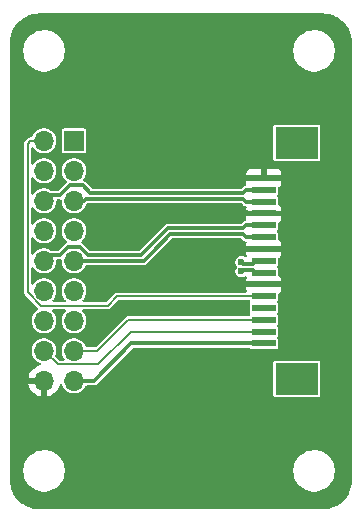
<source format=gbr>
%TF.GenerationSoftware,KiCad,Pcbnew,9.0.0*%
%TF.CreationDate,2025-08-11T15:21:08+02:00*%
%TF.ProjectId,ov5640_adapter,6f763536-3430-45f6-9164-61707465722e,rev?*%
%TF.SameCoordinates,Original*%
%TF.FileFunction,Copper,L1,Top*%
%TF.FilePolarity,Positive*%
%FSLAX46Y46*%
G04 Gerber Fmt 4.6, Leading zero omitted, Abs format (unit mm)*
G04 Created by KiCad (PCBNEW 9.0.0) date 2025-08-11 15:21:08*
%MOMM*%
%LPD*%
G01*
G04 APERTURE LIST*
%TA.AperFunction,SMDPad,CuDef*%
%ADD10R,2.000000X0.610000*%
%TD*%
%TA.AperFunction,SMDPad,CuDef*%
%ADD11R,3.600000X2.680000*%
%TD*%
%TA.AperFunction,ComponentPad*%
%ADD12R,1.700000X1.700000*%
%TD*%
%TA.AperFunction,ComponentPad*%
%ADD13O,1.700000X1.700000*%
%TD*%
%TA.AperFunction,ViaPad*%
%ADD14C,0.600000*%
%TD*%
%TA.AperFunction,Conductor*%
%ADD15C,0.200000*%
%TD*%
%TA.AperFunction,Conductor*%
%ADD16C,0.300000*%
%TD*%
G04 APERTURE END LIST*
D10*
%TO.P,J2,1,1*%
%TO.N,GND*%
X106300000Y-94000000D03*
%TO.P,J2,2,2*%
%TO.N,/CSI_D0_N*%
X106300000Y-95000000D03*
%TO.P,J2,3,3*%
%TO.N,/CSI_D0_P*%
X106300000Y-96000000D03*
%TO.P,J2,4,4*%
%TO.N,GND*%
X106300000Y-97000000D03*
%TO.P,J2,5,5*%
%TO.N,/CSI_D1_N*%
X106300000Y-98000000D03*
%TO.P,J2,6,6*%
%TO.N,/CSI_D1_P*%
X106300000Y-99000000D03*
%TO.P,J2,7,7*%
%TO.N,GND*%
X106300000Y-100000000D03*
%TO.P,J2,8,8*%
%TO.N,/CSI_CK_N*%
X106300000Y-101000000D03*
%TO.P,J2,9,9*%
%TO.N,/CSI_CK_P*%
X106300000Y-102000000D03*
%TO.P,J2,10,10*%
%TO.N,GND*%
X106300000Y-103000000D03*
%TO.P,J2,11,11*%
%TO.N,/CAM_PD#*%
X106300000Y-104000000D03*
%TO.P,J2,12,12*%
%TO.N,unconnected-(J2-Pad12)*%
X106300000Y-105000000D03*
%TO.P,J2,13,13*%
%TO.N,/SCL*%
X106300000Y-106000000D03*
%TO.P,J2,14,14*%
%TO.N,/SDA*%
X106300000Y-107000000D03*
%TO.P,J2,15,15*%
%TO.N,+3V3*%
X106300000Y-108000000D03*
D11*
%TO.P,J2,MP1,MP1*%
%TO.N,unconnected-(J2-PadMP1)*%
X109100000Y-110990000D03*
%TO.P,J2,MP2,MP2*%
%TO.N,unconnected-(J2-PadMP2)*%
X109100000Y-91010000D03*
%TD*%
D12*
%TO.P,J1,1,Pin_1*%
%TO.N,unconnected-(J1-Pin_1-Pad1)*%
X90240000Y-90850000D03*
D13*
%TO.P,J1,2,Pin_2*%
%TO.N,/CAM_PD#*%
X87700000Y-90850000D03*
%TO.P,J1,3,Pin_3*%
%TO.N,unconnected-(J1-Pin_3-Pad3)*%
X90240000Y-93390000D03*
%TO.P,J1,4,Pin_4*%
%TO.N,unconnected-(J1-Pin_4-Pad4)*%
X87700000Y-93390000D03*
%TO.P,J1,5,Pin_5*%
%TO.N,/CSI_D0_P*%
X90240000Y-95930000D03*
%TO.P,J1,6,Pin_6*%
%TO.N,/CSI_D0_N*%
X87700000Y-95930000D03*
%TO.P,J1,7,Pin_7*%
%TO.N,/CSI_CK_P*%
X90240000Y-98470000D03*
%TO.P,J1,8,Pin_8*%
%TO.N,/CSI_CK_N*%
X87700000Y-98470000D03*
%TO.P,J1,9,Pin_9*%
%TO.N,/CSI_D1_P*%
X90240000Y-101010000D03*
%TO.P,J1,10,Pin_10*%
%TO.N,/CSI_D1_N*%
X87700000Y-101010000D03*
%TO.P,J1,11,Pin_11*%
%TO.N,unconnected-(J1-Pin_11-Pad11)*%
X90240000Y-103550000D03*
%TO.P,J1,12,Pin_12*%
%TO.N,unconnected-(J1-Pin_12-Pad12)*%
X87700000Y-103550000D03*
%TO.P,J1,13,Pin_13*%
%TO.N,unconnected-(J1-Pin_13-Pad13)*%
X90240000Y-106090000D03*
%TO.P,J1,14,Pin_14*%
%TO.N,unconnected-(J1-Pin_14-Pad14)*%
X87700000Y-106090000D03*
%TO.P,J1,15,Pin_15*%
%TO.N,/SCL*%
X90240000Y-108630000D03*
%TO.P,J1,16,Pin_16*%
%TO.N,/SDA*%
X87700000Y-108630000D03*
%TO.P,J1,17,Pin_17*%
%TO.N,+3V3*%
X90240000Y-111170000D03*
%TO.P,J1,18,Pin_18*%
%TO.N,GND*%
X87700000Y-111170000D03*
%TD*%
D14*
%TO.N,/CSI_CK_P*%
X104400000Y-101900000D03*
%TO.N,GND*%
X104800000Y-100000000D03*
X98500000Y-96950000D03*
X92500000Y-99550000D03*
X92500000Y-102350000D03*
X88900000Y-96850000D03*
X104800000Y-103000000D03*
X88900000Y-99550000D03*
X97500000Y-102350000D03*
X103800000Y-100050000D03*
X92500000Y-94150000D03*
X88900000Y-102250000D03*
X104800000Y-97000000D03*
X99768600Y-100045600D03*
X88900000Y-94350000D03*
X98500000Y-94050000D03*
X103700000Y-103050000D03*
X104800000Y-94000000D03*
X92500000Y-96850000D03*
%TO.N,/CSI_CK_N*%
X104400000Y-101100000D03*
%TD*%
D15*
%TO.N,/CAM_PD#*%
X93100000Y-104800000D02*
X93900000Y-104000000D01*
X86550000Y-90850000D02*
X86300000Y-91100000D01*
X86300000Y-103674523D02*
X87425477Y-104800000D01*
X93900000Y-104000000D02*
X106300000Y-104000000D01*
X87425477Y-104800000D02*
X93100000Y-104800000D01*
X86300000Y-91100000D02*
X86300000Y-103674523D01*
X87700000Y-90850000D02*
X86550000Y-90850000D01*
D16*
%TO.N,/CSI_D1_P*%
X104549999Y-98750000D02*
X98403554Y-98750000D01*
X96826776Y-100326776D02*
X96143552Y-101010000D01*
X96143552Y-101010000D02*
X90240000Y-101010000D01*
X104799999Y-99000000D02*
X104549999Y-98750000D01*
X98403554Y-98750000D02*
X96826778Y-100326776D01*
X106300000Y-99000000D02*
X104799999Y-99000000D01*
X96826778Y-100326776D02*
X96826776Y-100326776D01*
%TO.N,/CSI_D1_N*%
X104549999Y-98250000D02*
X98196446Y-98250000D01*
X98196446Y-98250000D02*
X95936446Y-100510000D01*
X104799999Y-98000000D02*
X104549999Y-98250000D01*
X95936446Y-100510000D02*
X91438471Y-100510000D01*
X90737471Y-99809000D02*
X89742529Y-99809000D01*
X91438471Y-100510000D02*
X90737471Y-99809000D01*
X106300000Y-98000000D02*
X104799999Y-98000000D01*
X89041529Y-100510000D02*
X88200000Y-100510000D01*
X88200000Y-100510000D02*
X87700000Y-101010000D01*
X89742529Y-99809000D02*
X89041529Y-100510000D01*
D15*
%TO.N,/SDA*%
X95067100Y-107000000D02*
X92286100Y-109781000D01*
X88851000Y-109781000D02*
X87700000Y-108630000D01*
X92286100Y-109781000D02*
X88851000Y-109781000D01*
X106300000Y-107000000D02*
X95067100Y-107000000D01*
D16*
%TO.N,/CSI_D0_P*%
X91082600Y-95930000D02*
X91262600Y-95750000D01*
X104549999Y-95750000D02*
X104799999Y-96000000D01*
X90240000Y-95930000D02*
X91082600Y-95930000D01*
X91262600Y-95750000D02*
X104549999Y-95750000D01*
X104799999Y-96000000D02*
X106300000Y-96000000D01*
%TO.N,/CSI_CK_P*%
X106300000Y-102000000D02*
X105605000Y-102000000D01*
X105355000Y-101750000D02*
X104550000Y-101750000D01*
X105605000Y-102000000D02*
X105355000Y-101750000D01*
X104550000Y-101750000D02*
X104400000Y-101900000D01*
D15*
%TO.N,GND*%
X106300000Y-94000000D02*
X104800000Y-94000000D01*
X106300000Y-100000000D02*
X104800000Y-100000000D01*
X106300000Y-97000000D02*
X104800000Y-97000000D01*
X106300000Y-103000000D02*
X104800000Y-103000000D01*
D16*
%TO.N,/CSI_CK_N*%
X106300000Y-101000000D02*
X105605000Y-101000000D01*
X104550000Y-101250000D02*
X104400000Y-101100000D01*
X105355000Y-101250000D02*
X104550000Y-101250000D01*
X105605000Y-101000000D02*
X105355000Y-101250000D01*
%TO.N,/CSI_D0_N*%
X89881600Y-94591000D02*
X89024400Y-95448200D01*
X91618827Y-95250000D02*
X90959827Y-94591000D01*
X90959827Y-94591000D02*
X89881600Y-94591000D01*
X106300000Y-95000000D02*
X104799999Y-95000000D01*
X89024400Y-95448200D02*
X88181800Y-95448200D01*
X88181800Y-95448200D02*
X87700000Y-95930000D01*
X104549999Y-95250000D02*
X91618827Y-95250000D01*
X104799999Y-95000000D02*
X104549999Y-95250000D01*
%TO.N,+3V3*%
X90270000Y-111200000D02*
X90240000Y-111170000D01*
X95100000Y-108000000D02*
X91900000Y-111200000D01*
X106300000Y-108000000D02*
X95100000Y-108000000D01*
X91900000Y-111200000D02*
X90270000Y-111200000D01*
D15*
%TO.N,/SCL*%
X92170000Y-108630000D02*
X90240000Y-108630000D01*
X94800000Y-106000000D02*
X92170000Y-108630000D01*
X106300000Y-106000000D02*
X94800000Y-106000000D01*
%TD*%
%TA.AperFunction,Conductor*%
%TO.N,GND*%
G36*
X111303736Y-80050726D02*
G01*
X111593796Y-80068271D01*
X111608659Y-80070076D01*
X111890798Y-80121780D01*
X111905335Y-80125363D01*
X112179172Y-80210695D01*
X112193163Y-80216000D01*
X112454743Y-80333727D01*
X112467989Y-80340680D01*
X112713465Y-80489075D01*
X112725776Y-80497573D01*
X112951573Y-80674473D01*
X112962781Y-80684403D01*
X113165596Y-80887218D01*
X113175526Y-80898426D01*
X113295481Y-81051538D01*
X113352422Y-81124217D01*
X113360928Y-81136540D01*
X113509316Y-81382004D01*
X113516275Y-81395263D01*
X113633997Y-81656831D01*
X113639306Y-81670832D01*
X113724635Y-81944663D01*
X113728219Y-81959201D01*
X113779923Y-82241340D01*
X113781728Y-82256205D01*
X113799274Y-82546263D01*
X113799500Y-82553750D01*
X113799500Y-119546249D01*
X113799274Y-119553736D01*
X113781728Y-119843794D01*
X113779923Y-119858659D01*
X113728219Y-120140798D01*
X113724635Y-120155336D01*
X113639306Y-120429167D01*
X113633997Y-120443168D01*
X113516275Y-120704736D01*
X113509316Y-120717995D01*
X113360928Y-120963459D01*
X113352422Y-120975782D01*
X113175526Y-121201573D01*
X113165596Y-121212781D01*
X112962781Y-121415596D01*
X112951573Y-121425526D01*
X112725782Y-121602422D01*
X112713459Y-121610928D01*
X112467995Y-121759316D01*
X112454736Y-121766275D01*
X112193168Y-121883997D01*
X112179167Y-121889306D01*
X111905336Y-121974635D01*
X111890798Y-121978219D01*
X111608659Y-122029923D01*
X111593794Y-122031728D01*
X111303736Y-122049274D01*
X111296249Y-122049500D01*
X87303751Y-122049500D01*
X87296264Y-122049274D01*
X87006205Y-122031728D01*
X86991340Y-122029923D01*
X86709201Y-121978219D01*
X86694663Y-121974635D01*
X86420832Y-121889306D01*
X86406831Y-121883997D01*
X86145263Y-121766275D01*
X86132004Y-121759316D01*
X85886540Y-121610928D01*
X85874217Y-121602422D01*
X85648426Y-121425526D01*
X85637218Y-121415596D01*
X85434403Y-121212781D01*
X85424473Y-121201573D01*
X85247573Y-120975776D01*
X85239075Y-120963465D01*
X85090680Y-120717989D01*
X85083727Y-120704743D01*
X84966000Y-120443163D01*
X84960693Y-120429167D01*
X84940183Y-120363349D01*
X84875363Y-120155335D01*
X84871780Y-120140798D01*
X84865938Y-120108918D01*
X84820075Y-119858657D01*
X84818271Y-119843794D01*
X84813481Y-119764612D01*
X84800726Y-119553736D01*
X84800500Y-119546249D01*
X84800500Y-118675258D01*
X85949500Y-118675258D01*
X85949500Y-118904741D01*
X85974446Y-119094215D01*
X85979452Y-119132238D01*
X85979453Y-119132240D01*
X86038842Y-119353887D01*
X86126650Y-119565876D01*
X86126657Y-119565890D01*
X86241392Y-119764617D01*
X86381081Y-119946661D01*
X86381089Y-119946670D01*
X86543330Y-120108911D01*
X86543338Y-120108918D01*
X86725382Y-120248607D01*
X86725385Y-120248608D01*
X86725388Y-120248611D01*
X86924112Y-120363344D01*
X86924117Y-120363346D01*
X86924123Y-120363349D01*
X87015480Y-120401190D01*
X87136113Y-120451158D01*
X87357762Y-120510548D01*
X87585266Y-120540500D01*
X87585273Y-120540500D01*
X87814727Y-120540500D01*
X87814734Y-120540500D01*
X88042238Y-120510548D01*
X88263887Y-120451158D01*
X88475888Y-120363344D01*
X88674612Y-120248611D01*
X88856661Y-120108919D01*
X88856665Y-120108914D01*
X88856670Y-120108911D01*
X89018911Y-119946670D01*
X89018914Y-119946665D01*
X89018919Y-119946661D01*
X89158611Y-119764612D01*
X89273344Y-119565888D01*
X89361158Y-119353887D01*
X89420548Y-119132238D01*
X89450500Y-118904734D01*
X89450500Y-118675266D01*
X89450499Y-118675258D01*
X108809500Y-118675258D01*
X108809500Y-118904741D01*
X108834446Y-119094215D01*
X108839452Y-119132238D01*
X108839453Y-119132240D01*
X108898842Y-119353887D01*
X108986650Y-119565876D01*
X108986657Y-119565890D01*
X109101392Y-119764617D01*
X109241081Y-119946661D01*
X109241089Y-119946670D01*
X109403330Y-120108911D01*
X109403338Y-120108918D01*
X109585382Y-120248607D01*
X109585385Y-120248608D01*
X109585388Y-120248611D01*
X109784112Y-120363344D01*
X109784117Y-120363346D01*
X109784123Y-120363349D01*
X109875480Y-120401190D01*
X109996113Y-120451158D01*
X110217762Y-120510548D01*
X110445266Y-120540500D01*
X110445273Y-120540500D01*
X110674727Y-120540500D01*
X110674734Y-120540500D01*
X110902238Y-120510548D01*
X111123887Y-120451158D01*
X111335888Y-120363344D01*
X111534612Y-120248611D01*
X111716661Y-120108919D01*
X111716665Y-120108914D01*
X111716670Y-120108911D01*
X111878911Y-119946670D01*
X111878914Y-119946665D01*
X111878919Y-119946661D01*
X112018611Y-119764612D01*
X112133344Y-119565888D01*
X112221158Y-119353887D01*
X112280548Y-119132238D01*
X112310500Y-118904734D01*
X112310500Y-118675266D01*
X112280548Y-118447762D01*
X112221158Y-118226113D01*
X112133344Y-118014112D01*
X112018611Y-117815388D01*
X112018608Y-117815385D01*
X112018607Y-117815382D01*
X111878918Y-117633338D01*
X111878911Y-117633330D01*
X111716670Y-117471089D01*
X111716661Y-117471081D01*
X111534617Y-117331392D01*
X111335890Y-117216657D01*
X111335876Y-117216650D01*
X111123887Y-117128842D01*
X110902238Y-117069452D01*
X110864215Y-117064446D01*
X110674741Y-117039500D01*
X110674734Y-117039500D01*
X110445266Y-117039500D01*
X110445258Y-117039500D01*
X110228715Y-117068009D01*
X110217762Y-117069452D01*
X110124076Y-117094554D01*
X109996112Y-117128842D01*
X109784123Y-117216650D01*
X109784109Y-117216657D01*
X109585382Y-117331392D01*
X109403338Y-117471081D01*
X109241081Y-117633338D01*
X109101392Y-117815382D01*
X108986657Y-118014109D01*
X108986650Y-118014123D01*
X108898842Y-118226112D01*
X108839453Y-118447759D01*
X108839451Y-118447770D01*
X108809500Y-118675258D01*
X89450499Y-118675258D01*
X89420548Y-118447762D01*
X89361158Y-118226113D01*
X89273344Y-118014112D01*
X89158611Y-117815388D01*
X89158608Y-117815385D01*
X89158607Y-117815382D01*
X89018918Y-117633338D01*
X89018911Y-117633330D01*
X88856670Y-117471089D01*
X88856661Y-117471081D01*
X88674617Y-117331392D01*
X88475890Y-117216657D01*
X88475876Y-117216650D01*
X88263887Y-117128842D01*
X88042238Y-117069452D01*
X88004215Y-117064446D01*
X87814741Y-117039500D01*
X87814734Y-117039500D01*
X87585266Y-117039500D01*
X87585258Y-117039500D01*
X87368715Y-117068009D01*
X87357762Y-117069452D01*
X87264076Y-117094554D01*
X87136112Y-117128842D01*
X86924123Y-117216650D01*
X86924109Y-117216657D01*
X86725382Y-117331392D01*
X86543338Y-117471081D01*
X86381081Y-117633338D01*
X86241392Y-117815382D01*
X86126657Y-118014109D01*
X86126650Y-118014123D01*
X86038842Y-118226112D01*
X85979453Y-118447759D01*
X85979451Y-118447770D01*
X85949500Y-118675258D01*
X84800500Y-118675258D01*
X84800500Y-91060438D01*
X85999500Y-91060438D01*
X85999500Y-103714085D01*
X86007058Y-103742290D01*
X86019979Y-103790513D01*
X86038343Y-103822320D01*
X86058027Y-103856413D01*
X86058027Y-103856415D01*
X86059482Y-103858934D01*
X86059540Y-103859034D01*
X86059544Y-103859038D01*
X87189774Y-104989268D01*
X87223259Y-105050591D01*
X87218275Y-105120283D01*
X87176403Y-105176216D01*
X87170984Y-105180051D01*
X87030344Y-105274022D01*
X86884024Y-105420342D01*
X86769058Y-105592403D01*
X86689870Y-105783579D01*
X86689868Y-105783587D01*
X86649500Y-105986530D01*
X86649500Y-106193469D01*
X86689868Y-106396412D01*
X86689870Y-106396420D01*
X86732774Y-106500000D01*
X86769059Y-106587598D01*
X86788551Y-106616770D01*
X86884024Y-106759657D01*
X87030342Y-106905975D01*
X87030345Y-106905977D01*
X87202402Y-107020941D01*
X87393580Y-107100130D01*
X87596530Y-107140499D01*
X87596534Y-107140500D01*
X87596535Y-107140500D01*
X87803466Y-107140500D01*
X87803467Y-107140499D01*
X88006420Y-107100130D01*
X88197598Y-107020941D01*
X88369655Y-106905977D01*
X88515977Y-106759655D01*
X88630941Y-106587598D01*
X88710130Y-106396420D01*
X88750500Y-106193465D01*
X88750500Y-105986535D01*
X88710130Y-105783580D01*
X88630941Y-105592402D01*
X88515977Y-105420345D01*
X88515975Y-105420342D01*
X88407814Y-105312181D01*
X88374329Y-105250858D01*
X88379313Y-105181166D01*
X88421185Y-105125233D01*
X88486649Y-105100816D01*
X88495495Y-105100500D01*
X89444505Y-105100500D01*
X89511544Y-105120185D01*
X89557299Y-105172989D01*
X89567243Y-105242147D01*
X89538218Y-105305703D01*
X89532186Y-105312181D01*
X89424025Y-105420341D01*
X89424024Y-105420342D01*
X89309058Y-105592403D01*
X89229870Y-105783579D01*
X89229868Y-105783587D01*
X89189500Y-105986530D01*
X89189500Y-106193469D01*
X89229868Y-106396412D01*
X89229870Y-106396420D01*
X89272774Y-106500000D01*
X89309059Y-106587598D01*
X89328551Y-106616770D01*
X89424024Y-106759657D01*
X89570342Y-106905975D01*
X89570345Y-106905977D01*
X89742402Y-107020941D01*
X89933580Y-107100130D01*
X90136530Y-107140499D01*
X90136534Y-107140500D01*
X90136535Y-107140500D01*
X90343466Y-107140500D01*
X90343467Y-107140499D01*
X90546420Y-107100130D01*
X90737598Y-107020941D01*
X90909655Y-106905977D01*
X91055977Y-106759655D01*
X91170941Y-106587598D01*
X91250130Y-106396420D01*
X91290500Y-106193465D01*
X91290500Y-105986535D01*
X91250130Y-105783580D01*
X91170941Y-105592402D01*
X91055977Y-105420345D01*
X91055975Y-105420342D01*
X90947814Y-105312181D01*
X90914329Y-105250858D01*
X90919313Y-105181166D01*
X90961185Y-105125233D01*
X91026649Y-105100816D01*
X91035495Y-105100500D01*
X93139560Y-105100500D01*
X93139562Y-105100500D01*
X93215989Y-105080021D01*
X93284511Y-105040460D01*
X93340460Y-104984511D01*
X93988152Y-104336819D01*
X94049475Y-104303334D01*
X94075833Y-104300500D01*
X104994010Y-104300500D01*
X105061049Y-104320185D01*
X105099896Y-104359970D01*
X105109708Y-104376071D01*
X105111133Y-104383231D01*
X105144553Y-104433248D01*
X105145908Y-104435470D01*
X105154306Y-104466821D01*
X105164002Y-104497786D01*
X105163293Y-104500369D01*
X105163987Y-104502960D01*
X105154103Y-104533869D01*
X105145518Y-104565167D01*
X105143124Y-104568891D01*
X105111132Y-104616769D01*
X105111131Y-104616770D01*
X105099500Y-104675247D01*
X105099500Y-105324752D01*
X105111131Y-105383229D01*
X105111132Y-105383230D01*
X105143124Y-105431109D01*
X105148342Y-105447773D01*
X105158131Y-105462235D01*
X105158565Y-105480423D01*
X105164002Y-105497786D01*
X105159386Y-105514811D01*
X105159799Y-105532085D01*
X105147112Y-105560088D01*
X105145908Y-105564530D01*
X105144553Y-105566751D01*
X105111133Y-105616769D01*
X105109708Y-105623928D01*
X105099896Y-105640030D01*
X105080866Y-105657332D01*
X105064727Y-105677358D01*
X105055441Y-105680448D01*
X105048199Y-105687033D01*
X105022834Y-105691299D01*
X104998433Y-105699421D01*
X104994010Y-105699500D01*
X94760438Y-105699500D01*
X94684010Y-105719978D01*
X94615489Y-105759540D01*
X94615486Y-105759542D01*
X92081848Y-108293181D01*
X92020525Y-108326666D01*
X91994167Y-108329500D01*
X91335436Y-108329500D01*
X91268397Y-108309815D01*
X91222642Y-108257011D01*
X91220875Y-108252953D01*
X91170941Y-108132403D01*
X91170941Y-108132402D01*
X91055977Y-107960345D01*
X91055975Y-107960342D01*
X90909657Y-107814024D01*
X90823626Y-107756541D01*
X90737598Y-107699059D01*
X90675618Y-107673386D01*
X90546420Y-107619870D01*
X90546412Y-107619868D01*
X90343469Y-107579500D01*
X90343465Y-107579500D01*
X90136535Y-107579500D01*
X90136530Y-107579500D01*
X89933587Y-107619868D01*
X89933579Y-107619870D01*
X89742403Y-107699058D01*
X89570342Y-107814024D01*
X89424024Y-107960342D01*
X89309058Y-108132403D01*
X89229870Y-108323579D01*
X89229868Y-108323587D01*
X89189500Y-108526530D01*
X89189500Y-108733469D01*
X89229868Y-108936412D01*
X89229870Y-108936420D01*
X89309059Y-109127599D01*
X89309059Y-109127600D01*
X89415974Y-109287610D01*
X89436852Y-109354287D01*
X89418367Y-109421667D01*
X89366388Y-109468357D01*
X89312872Y-109480500D01*
X89026833Y-109480500D01*
X88959794Y-109460815D01*
X88939152Y-109444181D01*
X88687075Y-109192104D01*
X88653590Y-109130781D01*
X88658574Y-109061089D01*
X88660163Y-109057049D01*
X88710130Y-108936420D01*
X88750500Y-108733465D01*
X88750500Y-108526535D01*
X88710130Y-108323580D01*
X88630941Y-108132402D01*
X88515977Y-107960345D01*
X88515975Y-107960342D01*
X88369657Y-107814024D01*
X88283626Y-107756541D01*
X88197598Y-107699059D01*
X88135618Y-107673386D01*
X88006420Y-107619870D01*
X88006412Y-107619868D01*
X87803469Y-107579500D01*
X87803465Y-107579500D01*
X87596535Y-107579500D01*
X87596530Y-107579500D01*
X87393587Y-107619868D01*
X87393579Y-107619870D01*
X87202403Y-107699058D01*
X87030342Y-107814024D01*
X86884024Y-107960342D01*
X86769058Y-108132403D01*
X86689870Y-108323579D01*
X86689868Y-108323587D01*
X86649500Y-108526530D01*
X86649500Y-108733469D01*
X86688692Y-108930500D01*
X86689870Y-108936420D01*
X86769059Y-109127598D01*
X86771186Y-109130781D01*
X86884024Y-109299657D01*
X87030342Y-109445975D01*
X87202405Y-109560943D01*
X87305043Y-109603456D01*
X87367108Y-109629164D01*
X87421511Y-109673005D01*
X87443576Y-109739299D01*
X87426297Y-109806998D01*
X87375160Y-109854609D01*
X87357974Y-109861656D01*
X87181781Y-109918905D01*
X86992442Y-110015379D01*
X86820540Y-110140272D01*
X86820535Y-110140276D01*
X86670276Y-110290535D01*
X86670272Y-110290540D01*
X86545379Y-110462442D01*
X86448904Y-110651782D01*
X86383242Y-110853870D01*
X86383242Y-110853873D01*
X86372769Y-110920000D01*
X87266988Y-110920000D01*
X87234075Y-110977007D01*
X87200000Y-111104174D01*
X87200000Y-111235826D01*
X87234075Y-111362993D01*
X87266988Y-111420000D01*
X86372769Y-111420000D01*
X86383242Y-111486126D01*
X86383242Y-111486129D01*
X86448904Y-111688217D01*
X86545379Y-111877557D01*
X86670272Y-112049459D01*
X86670276Y-112049464D01*
X86820535Y-112199723D01*
X86820540Y-112199727D01*
X86992442Y-112324620D01*
X87181782Y-112421095D01*
X87383871Y-112486757D01*
X87450000Y-112497231D01*
X87450000Y-111603012D01*
X87507007Y-111635925D01*
X87634174Y-111670000D01*
X87765826Y-111670000D01*
X87892993Y-111635925D01*
X87950000Y-111603012D01*
X87950000Y-112497230D01*
X88016126Y-112486757D01*
X88016129Y-112486757D01*
X88218217Y-112421095D01*
X88407557Y-112324620D01*
X88579459Y-112199727D01*
X88579464Y-112199723D01*
X88729723Y-112049464D01*
X88729727Y-112049459D01*
X88854620Y-111877557D01*
X88951095Y-111688217D01*
X89008343Y-111512026D01*
X89047780Y-111454351D01*
X89112139Y-111427152D01*
X89180985Y-111439066D01*
X89232461Y-111486310D01*
X89240835Y-111502891D01*
X89309058Y-111667596D01*
X89424024Y-111839657D01*
X89570342Y-111985975D01*
X89570345Y-111985977D01*
X89742402Y-112100941D01*
X89933580Y-112180130D01*
X90136530Y-112220499D01*
X90136534Y-112220500D01*
X90136535Y-112220500D01*
X90343466Y-112220500D01*
X90343467Y-112220499D01*
X90546420Y-112180130D01*
X90737598Y-112100941D01*
X90909655Y-111985977D01*
X91055977Y-111839655D01*
X91170941Y-111667598D01*
X91187738Y-111627047D01*
X91231579Y-111572644D01*
X91297873Y-111550579D01*
X91302299Y-111550500D01*
X91946142Y-111550500D01*
X91946144Y-111550500D01*
X92035288Y-111526614D01*
X92037226Y-111525495D01*
X92115212Y-111480470D01*
X93965434Y-109630247D01*
X107099500Y-109630247D01*
X107099500Y-112349752D01*
X107111131Y-112408229D01*
X107111132Y-112408230D01*
X107155447Y-112474552D01*
X107221769Y-112518867D01*
X107221770Y-112518868D01*
X107280247Y-112530499D01*
X107280250Y-112530500D01*
X107280252Y-112530500D01*
X110919750Y-112530500D01*
X110919751Y-112530499D01*
X110934568Y-112527552D01*
X110978229Y-112518868D01*
X110978229Y-112518867D01*
X110978231Y-112518867D01*
X111044552Y-112474552D01*
X111088867Y-112408231D01*
X111088867Y-112408229D01*
X111088868Y-112408229D01*
X111100499Y-112349752D01*
X111100500Y-112349750D01*
X111100500Y-109630249D01*
X111100499Y-109630247D01*
X111088868Y-109571770D01*
X111088867Y-109571769D01*
X111044552Y-109505447D01*
X110978230Y-109461132D01*
X110978229Y-109461131D01*
X110919752Y-109449500D01*
X110919748Y-109449500D01*
X107280252Y-109449500D01*
X107280247Y-109449500D01*
X107221770Y-109461131D01*
X107221769Y-109461132D01*
X107155447Y-109505447D01*
X107111132Y-109571769D01*
X107111131Y-109571770D01*
X107099500Y-109630247D01*
X93965434Y-109630247D01*
X95208862Y-108386818D01*
X95270185Y-108353334D01*
X95296543Y-108350500D01*
X105022983Y-108350500D01*
X105090022Y-108370185D01*
X105126084Y-108405608D01*
X105155446Y-108449551D01*
X105221769Y-108493867D01*
X105221770Y-108493868D01*
X105280247Y-108505499D01*
X105280250Y-108505500D01*
X105280252Y-108505500D01*
X107319750Y-108505500D01*
X107319751Y-108505499D01*
X107334568Y-108502552D01*
X107378229Y-108493868D01*
X107378229Y-108493867D01*
X107378231Y-108493867D01*
X107444552Y-108449552D01*
X107488867Y-108383231D01*
X107488867Y-108383229D01*
X107488868Y-108383229D01*
X107500499Y-108324752D01*
X107500500Y-108324750D01*
X107500500Y-107675249D01*
X107500499Y-107675247D01*
X107488868Y-107616770D01*
X107488867Y-107616768D01*
X107456876Y-107568892D01*
X107435997Y-107502215D01*
X107454481Y-107434835D01*
X107456876Y-107431108D01*
X107488867Y-107383231D01*
X107488868Y-107383229D01*
X107500499Y-107324752D01*
X107500500Y-107324750D01*
X107500500Y-106675249D01*
X107500499Y-106675247D01*
X107488868Y-106616770D01*
X107488867Y-106616768D01*
X107456876Y-106568892D01*
X107435997Y-106502215D01*
X107454481Y-106434835D01*
X107456876Y-106431108D01*
X107488867Y-106383231D01*
X107488868Y-106383229D01*
X107500499Y-106324752D01*
X107500500Y-106324750D01*
X107500500Y-105675249D01*
X107500499Y-105675247D01*
X107488868Y-105616770D01*
X107488867Y-105616768D01*
X107456876Y-105568892D01*
X107435997Y-105502215D01*
X107454481Y-105434835D01*
X107456876Y-105431108D01*
X107488867Y-105383231D01*
X107488868Y-105383229D01*
X107500499Y-105324752D01*
X107500500Y-105324750D01*
X107500500Y-104675249D01*
X107500499Y-104675247D01*
X107488868Y-104616770D01*
X107488867Y-104616768D01*
X107456876Y-104568892D01*
X107435997Y-104502215D01*
X107454481Y-104434835D01*
X107456876Y-104431108D01*
X107488867Y-104383231D01*
X107488868Y-104383229D01*
X107500499Y-104324752D01*
X107500500Y-104324750D01*
X107500500Y-103841556D01*
X107520185Y-103774517D01*
X107550189Y-103742290D01*
X107657187Y-103662190D01*
X107657190Y-103662187D01*
X107743350Y-103547093D01*
X107743354Y-103547086D01*
X107793596Y-103412379D01*
X107793598Y-103412372D01*
X107799999Y-103352844D01*
X107800000Y-103352827D01*
X107800000Y-103250000D01*
X104800000Y-103250000D01*
X104800000Y-103352844D01*
X104806401Y-103412372D01*
X104806403Y-103412379D01*
X104851081Y-103532167D01*
X104856065Y-103601859D01*
X104822580Y-103663182D01*
X104761257Y-103696666D01*
X104734899Y-103699500D01*
X93860438Y-103699500D01*
X93822224Y-103709739D01*
X93784009Y-103719979D01*
X93784004Y-103719982D01*
X93715495Y-103759535D01*
X93715487Y-103759541D01*
X93011848Y-104463181D01*
X92950525Y-104496666D01*
X92924167Y-104499500D01*
X91075495Y-104499500D01*
X91008456Y-104479815D01*
X90962701Y-104427011D01*
X90952757Y-104357853D01*
X90981782Y-104294297D01*
X90987814Y-104287819D01*
X91055974Y-104219658D01*
X91055975Y-104219657D01*
X91055977Y-104219655D01*
X91170941Y-104047598D01*
X91250130Y-103856420D01*
X91290500Y-103653465D01*
X91290500Y-103446535D01*
X91250130Y-103243580D01*
X91170941Y-103052402D01*
X91055977Y-102880345D01*
X91055975Y-102880342D01*
X90909657Y-102734024D01*
X90779647Y-102647155D01*
X90737598Y-102619059D01*
X90661688Y-102587616D01*
X90546420Y-102539870D01*
X90546412Y-102539868D01*
X90343469Y-102499500D01*
X90343465Y-102499500D01*
X90136535Y-102499500D01*
X90136530Y-102499500D01*
X89933587Y-102539868D01*
X89933579Y-102539870D01*
X89742403Y-102619058D01*
X89570342Y-102734024D01*
X89424024Y-102880342D01*
X89309058Y-103052403D01*
X89229870Y-103243579D01*
X89229868Y-103243587D01*
X89189500Y-103446530D01*
X89189500Y-103653469D01*
X89229868Y-103856412D01*
X89229870Y-103856420D01*
X89309058Y-104047596D01*
X89424024Y-104219657D01*
X89492186Y-104287819D01*
X89525671Y-104349142D01*
X89520687Y-104418834D01*
X89478815Y-104474767D01*
X89413351Y-104499184D01*
X89404505Y-104499500D01*
X88535495Y-104499500D01*
X88468456Y-104479815D01*
X88422701Y-104427011D01*
X88412757Y-104357853D01*
X88441782Y-104294297D01*
X88447814Y-104287819D01*
X88515974Y-104219658D01*
X88515975Y-104219657D01*
X88515977Y-104219655D01*
X88630941Y-104047598D01*
X88710130Y-103856420D01*
X88750500Y-103653465D01*
X88750500Y-103446535D01*
X88710130Y-103243580D01*
X88630941Y-103052402D01*
X88515977Y-102880345D01*
X88515975Y-102880342D01*
X88369657Y-102734024D01*
X88239647Y-102647155D01*
X88197598Y-102619059D01*
X88121688Y-102587616D01*
X88006420Y-102539870D01*
X88006412Y-102539868D01*
X87803469Y-102499500D01*
X87803465Y-102499500D01*
X87596535Y-102499500D01*
X87596530Y-102499500D01*
X87393587Y-102539868D01*
X87393579Y-102539870D01*
X87202403Y-102619058D01*
X87030342Y-102734024D01*
X86884025Y-102880341D01*
X86884019Y-102880349D01*
X86827602Y-102964784D01*
X86773990Y-103009590D01*
X86704665Y-103018297D01*
X86641638Y-102988143D01*
X86604918Y-102928700D01*
X86600500Y-102895894D01*
X86600500Y-101664105D01*
X86620185Y-101597066D01*
X86672989Y-101551311D01*
X86742147Y-101541367D01*
X86805703Y-101570392D01*
X86827600Y-101595212D01*
X86842005Y-101616770D01*
X86884024Y-101679657D01*
X87030342Y-101825975D01*
X87030345Y-101825977D01*
X87202402Y-101940941D01*
X87393580Y-102020130D01*
X87596530Y-102060499D01*
X87596534Y-102060500D01*
X87596535Y-102060500D01*
X87803466Y-102060500D01*
X87803467Y-102060499D01*
X88006420Y-102020130D01*
X88197598Y-101940941D01*
X88369655Y-101825977D01*
X88515977Y-101679655D01*
X88630941Y-101507598D01*
X88710130Y-101316420D01*
X88750500Y-101113465D01*
X88750500Y-100984500D01*
X88753050Y-100975814D01*
X88751762Y-100966853D01*
X88762740Y-100942812D01*
X88770185Y-100917461D01*
X88777025Y-100911533D01*
X88780787Y-100903297D01*
X88803021Y-100889007D01*
X88822989Y-100871706D01*
X88833503Y-100869418D01*
X88839565Y-100865523D01*
X88874500Y-100860500D01*
X89065500Y-100860500D01*
X89132539Y-100880185D01*
X89178294Y-100932989D01*
X89189500Y-100984500D01*
X89189500Y-101113469D01*
X89229868Y-101316412D01*
X89229870Y-101316420D01*
X89309058Y-101507596D01*
X89424024Y-101679657D01*
X89570342Y-101825975D01*
X89570345Y-101825977D01*
X89742402Y-101940941D01*
X89933580Y-102020130D01*
X90136530Y-102060499D01*
X90136534Y-102060500D01*
X90136535Y-102060500D01*
X90343466Y-102060500D01*
X90343467Y-102060499D01*
X90546420Y-102020130D01*
X90737598Y-101940941D01*
X90909655Y-101825977D01*
X91055977Y-101679655D01*
X91170941Y-101507598D01*
X91174089Y-101500000D01*
X91200164Y-101437048D01*
X91244005Y-101382644D01*
X91310299Y-101360579D01*
X91314725Y-101360500D01*
X96189694Y-101360500D01*
X96189696Y-101360500D01*
X96278840Y-101336614D01*
X96358764Y-101290470D01*
X96615125Y-101034108D01*
X103899500Y-101034108D01*
X103899500Y-101165891D01*
X103933608Y-101293187D01*
X103958680Y-101336612D01*
X103999500Y-101407314D01*
X103999502Y-101407316D01*
X104004505Y-101412319D01*
X104037990Y-101473642D01*
X104033006Y-101543334D01*
X104004505Y-101587681D01*
X103999502Y-101592683D01*
X103999500Y-101592686D01*
X103933608Y-101706812D01*
X103899500Y-101834108D01*
X103899500Y-101965891D01*
X103933608Y-102093187D01*
X103966554Y-102150250D01*
X103999500Y-102207314D01*
X104092686Y-102300500D01*
X104206814Y-102366392D01*
X104334108Y-102400500D01*
X104334110Y-102400500D01*
X104465890Y-102400500D01*
X104465892Y-102400500D01*
X104593186Y-102366392D01*
X104671351Y-102321263D01*
X104739248Y-102304790D01*
X104805276Y-102327642D01*
X104848467Y-102382562D01*
X104855109Y-102452115D01*
X104849532Y-102471982D01*
X104806403Y-102587616D01*
X104806401Y-102587627D01*
X104800000Y-102647155D01*
X104800000Y-102750000D01*
X107800000Y-102750000D01*
X107800000Y-102647172D01*
X107799999Y-102647155D01*
X107793598Y-102587627D01*
X107793596Y-102587620D01*
X107743354Y-102452913D01*
X107743350Y-102452906D01*
X107657190Y-102337812D01*
X107550188Y-102257709D01*
X107508318Y-102201775D01*
X107500500Y-102158443D01*
X107500500Y-101675249D01*
X107500499Y-101675247D01*
X107488868Y-101616770D01*
X107488867Y-101616768D01*
X107456876Y-101568892D01*
X107435997Y-101502215D01*
X107454481Y-101434835D01*
X107456876Y-101431108D01*
X107488867Y-101383231D01*
X107488868Y-101383229D01*
X107500499Y-101324752D01*
X107500500Y-101324750D01*
X107500500Y-100841556D01*
X107520185Y-100774517D01*
X107550189Y-100742290D01*
X107657187Y-100662190D01*
X107657190Y-100662187D01*
X107743350Y-100547093D01*
X107743354Y-100547086D01*
X107793596Y-100412379D01*
X107793598Y-100412372D01*
X107799999Y-100352844D01*
X107800000Y-100352827D01*
X107800000Y-100250000D01*
X104800000Y-100250000D01*
X104800000Y-100352844D01*
X104806401Y-100412372D01*
X104806403Y-100412382D01*
X104849532Y-100528017D01*
X104854516Y-100597708D01*
X104821030Y-100659031D01*
X104759707Y-100692515D01*
X104690015Y-100687530D01*
X104671353Y-100678738D01*
X104636877Y-100658833D01*
X104593187Y-100633608D01*
X104494808Y-100607248D01*
X104465892Y-100599500D01*
X104334108Y-100599500D01*
X104206812Y-100633608D01*
X104092686Y-100699500D01*
X104092683Y-100699502D01*
X103999502Y-100792683D01*
X103999500Y-100792686D01*
X103933608Y-100906812D01*
X103899500Y-101034108D01*
X96615125Y-101034108D01*
X97033080Y-100616152D01*
X97033091Y-100616144D01*
X97041988Y-100607246D01*
X97041990Y-100607246D01*
X98512417Y-99136819D01*
X98573740Y-99103334D01*
X98600098Y-99100500D01*
X104353454Y-99100500D01*
X104382893Y-99109144D01*
X104412879Y-99115667D01*
X104417895Y-99119422D01*
X104420493Y-99120185D01*
X104441120Y-99136807D01*
X104441135Y-99136818D01*
X104488550Y-99184232D01*
X104519530Y-99215212D01*
X104584787Y-99280469D01*
X104584790Y-99280470D01*
X104584793Y-99280473D01*
X104664705Y-99326611D01*
X104664707Y-99326612D01*
X104664708Y-99326612D01*
X104664711Y-99326614D01*
X104750278Y-99349541D01*
X104809936Y-99385904D01*
X104840466Y-99448751D01*
X104834365Y-99512647D01*
X104806404Y-99587616D01*
X104806401Y-99587627D01*
X104800000Y-99647155D01*
X104800000Y-99750000D01*
X107800000Y-99750000D01*
X107800000Y-99647172D01*
X107799999Y-99647155D01*
X107793598Y-99587627D01*
X107793596Y-99587620D01*
X107743354Y-99452913D01*
X107743350Y-99452906D01*
X107657190Y-99337812D01*
X107550188Y-99257709D01*
X107508318Y-99201775D01*
X107500500Y-99158443D01*
X107500500Y-98675249D01*
X107500499Y-98675247D01*
X107488868Y-98616770D01*
X107488867Y-98616768D01*
X107456876Y-98568892D01*
X107435997Y-98502215D01*
X107454481Y-98434835D01*
X107456876Y-98431108D01*
X107488867Y-98383231D01*
X107488868Y-98383229D01*
X107500499Y-98324752D01*
X107500500Y-98324750D01*
X107500500Y-97841556D01*
X107520185Y-97774517D01*
X107550189Y-97742290D01*
X107657187Y-97662190D01*
X107657190Y-97662187D01*
X107743350Y-97547093D01*
X107743354Y-97547086D01*
X107793596Y-97412379D01*
X107793598Y-97412372D01*
X107799999Y-97352844D01*
X107800000Y-97352827D01*
X107800000Y-97250000D01*
X104800000Y-97250000D01*
X104800000Y-97352844D01*
X104806401Y-97412372D01*
X104806403Y-97412383D01*
X104834365Y-97487352D01*
X104839349Y-97557043D01*
X104805863Y-97618366D01*
X104750277Y-97650458D01*
X104711592Y-97660824D01*
X104664706Y-97673387D01*
X104664705Y-97673388D01*
X104584793Y-97719526D01*
X104584788Y-97719530D01*
X104584787Y-97719531D01*
X104441134Y-97863182D01*
X104379813Y-97896666D01*
X104353455Y-97899500D01*
X98150302Y-97899500D01*
X98061158Y-97923386D01*
X98061155Y-97923387D01*
X97981237Y-97969527D01*
X97981232Y-97969531D01*
X95827583Y-100123181D01*
X95766260Y-100156666D01*
X95739902Y-100159500D01*
X91635015Y-100159500D01*
X91567976Y-100139815D01*
X91547334Y-100123181D01*
X90952684Y-99528531D01*
X90952679Y-99528527D01*
X90907553Y-99502474D01*
X90859338Y-99451907D01*
X90846114Y-99383300D01*
X90872082Y-99318436D01*
X90900669Y-99291981D01*
X90909655Y-99285977D01*
X91055977Y-99139655D01*
X91170941Y-98967598D01*
X91250130Y-98776420D01*
X91290500Y-98573465D01*
X91290500Y-98366535D01*
X91250130Y-98163580D01*
X91170941Y-97972402D01*
X91055977Y-97800345D01*
X91055975Y-97800342D01*
X90909657Y-97654024D01*
X90754643Y-97550448D01*
X90737598Y-97539059D01*
X90546420Y-97459870D01*
X90546412Y-97459868D01*
X90343469Y-97419500D01*
X90343465Y-97419500D01*
X90136535Y-97419500D01*
X90136530Y-97419500D01*
X89933587Y-97459868D01*
X89933579Y-97459870D01*
X89742403Y-97539058D01*
X89570342Y-97654024D01*
X89424024Y-97800342D01*
X89309058Y-97972403D01*
X89229870Y-98163579D01*
X89229868Y-98163587D01*
X89189500Y-98366530D01*
X89189500Y-98573469D01*
X89229868Y-98776412D01*
X89229870Y-98776420D01*
X89309058Y-98967596D01*
X89424024Y-99139657D01*
X89570343Y-99285976D01*
X89579334Y-99291983D01*
X89624140Y-99345594D01*
X89632850Y-99414918D01*
X89602697Y-99477947D01*
X89572447Y-99502474D01*
X89527317Y-99528529D01*
X89527315Y-99528531D01*
X88932666Y-100123181D01*
X88871343Y-100156666D01*
X88844985Y-100159500D01*
X88355601Y-100159500D01*
X88288562Y-100139815D01*
X88286750Y-100138628D01*
X88232471Y-100102360D01*
X88197603Y-100079062D01*
X88197595Y-100079057D01*
X88006420Y-99999870D01*
X88006412Y-99999868D01*
X87803469Y-99959500D01*
X87803465Y-99959500D01*
X87596535Y-99959500D01*
X87596530Y-99959500D01*
X87393587Y-99999868D01*
X87393579Y-99999870D01*
X87202403Y-100079058D01*
X87030342Y-100194024D01*
X86884025Y-100340341D01*
X86884019Y-100340349D01*
X86827602Y-100424784D01*
X86773990Y-100469590D01*
X86704665Y-100478297D01*
X86641638Y-100448143D01*
X86604918Y-100388700D01*
X86600500Y-100355894D01*
X86600500Y-99124105D01*
X86620185Y-99057066D01*
X86672989Y-99011311D01*
X86742147Y-99001367D01*
X86805703Y-99030392D01*
X86827600Y-99055212D01*
X86857861Y-99100500D01*
X86884024Y-99139657D01*
X87030342Y-99285975D01*
X87030345Y-99285977D01*
X87202402Y-99400941D01*
X87393580Y-99480130D01*
X87557055Y-99512647D01*
X87596530Y-99520499D01*
X87596534Y-99520500D01*
X87596535Y-99520500D01*
X87803466Y-99520500D01*
X87803467Y-99520499D01*
X88006420Y-99480130D01*
X88197598Y-99400941D01*
X88369655Y-99285977D01*
X88515977Y-99139655D01*
X88630941Y-98967598D01*
X88710130Y-98776420D01*
X88750500Y-98573465D01*
X88750500Y-98366535D01*
X88710130Y-98163580D01*
X88630941Y-97972402D01*
X88515977Y-97800345D01*
X88515975Y-97800342D01*
X88369657Y-97654024D01*
X88214643Y-97550448D01*
X88197598Y-97539059D01*
X88006420Y-97459870D01*
X88006412Y-97459868D01*
X87803469Y-97419500D01*
X87803465Y-97419500D01*
X87596535Y-97419500D01*
X87596530Y-97419500D01*
X87393587Y-97459868D01*
X87393579Y-97459870D01*
X87202403Y-97539058D01*
X87030342Y-97654024D01*
X86884025Y-97800341D01*
X86884019Y-97800349D01*
X86827602Y-97884784D01*
X86773990Y-97929590D01*
X86704665Y-97938297D01*
X86641638Y-97908143D01*
X86604918Y-97848700D01*
X86600500Y-97815894D01*
X86600500Y-96584105D01*
X86620185Y-96517066D01*
X86672989Y-96471311D01*
X86742147Y-96461367D01*
X86805703Y-96490392D01*
X86827600Y-96515212D01*
X86863880Y-96569508D01*
X86884024Y-96599657D01*
X87030342Y-96745975D01*
X87030345Y-96745977D01*
X87202402Y-96860941D01*
X87393580Y-96940130D01*
X87596530Y-96980499D01*
X87596534Y-96980500D01*
X87596535Y-96980500D01*
X87803466Y-96980500D01*
X87803467Y-96980499D01*
X88006420Y-96940130D01*
X88197598Y-96860941D01*
X88369655Y-96745977D01*
X88515977Y-96599655D01*
X88630941Y-96427598D01*
X88710130Y-96236420D01*
X88750500Y-96033465D01*
X88750500Y-95922700D01*
X88753050Y-95914014D01*
X88751762Y-95905053D01*
X88762740Y-95881012D01*
X88770185Y-95855661D01*
X88777025Y-95849733D01*
X88780787Y-95841497D01*
X88803021Y-95827207D01*
X88822989Y-95809906D01*
X88833503Y-95807618D01*
X88839565Y-95803723D01*
X88874500Y-95798700D01*
X89065500Y-95798700D01*
X89132539Y-95818385D01*
X89178294Y-95871189D01*
X89189500Y-95922700D01*
X89189500Y-96033469D01*
X89229868Y-96236412D01*
X89229870Y-96236420D01*
X89309058Y-96427596D01*
X89424024Y-96599657D01*
X89570342Y-96745975D01*
X89570345Y-96745977D01*
X89742402Y-96860941D01*
X89933580Y-96940130D01*
X90136530Y-96980499D01*
X90136534Y-96980500D01*
X90136535Y-96980500D01*
X90343466Y-96980500D01*
X90343467Y-96980499D01*
X90546420Y-96940130D01*
X90737598Y-96860941D01*
X90909655Y-96745977D01*
X91055977Y-96599655D01*
X91170941Y-96427598D01*
X91233162Y-96277381D01*
X91264745Y-96232691D01*
X91274431Y-96223968D01*
X91297812Y-96210470D01*
X91373754Y-96134527D01*
X91376167Y-96132355D01*
X91404858Y-96118583D01*
X91432786Y-96103334D01*
X91437739Y-96102801D01*
X91439157Y-96102121D01*
X91441434Y-96102404D01*
X91459144Y-96100500D01*
X104353454Y-96100500D01*
X104420493Y-96120185D01*
X104441135Y-96136818D01*
X104506093Y-96201775D01*
X104519530Y-96215212D01*
X104584787Y-96280469D01*
X104584790Y-96280470D01*
X104584793Y-96280473D01*
X104664705Y-96326611D01*
X104664707Y-96326612D01*
X104664708Y-96326612D01*
X104664711Y-96326614D01*
X104750278Y-96349541D01*
X104809936Y-96385904D01*
X104840466Y-96448751D01*
X104834365Y-96512647D01*
X104806404Y-96587616D01*
X104806401Y-96587627D01*
X104800000Y-96647155D01*
X104800000Y-96750000D01*
X107800000Y-96750000D01*
X107800000Y-96647172D01*
X107799999Y-96647155D01*
X107793598Y-96587627D01*
X107793596Y-96587620D01*
X107743354Y-96452913D01*
X107743350Y-96452906D01*
X107657190Y-96337812D01*
X107550188Y-96257709D01*
X107508318Y-96201775D01*
X107500500Y-96158443D01*
X107500500Y-95675249D01*
X107500499Y-95675247D01*
X107488868Y-95616770D01*
X107488867Y-95616768D01*
X107456876Y-95568892D01*
X107435997Y-95502215D01*
X107454481Y-95434835D01*
X107456876Y-95431108D01*
X107488867Y-95383231D01*
X107488868Y-95383229D01*
X107500499Y-95324752D01*
X107500500Y-95324750D01*
X107500500Y-94841556D01*
X107520185Y-94774517D01*
X107550189Y-94742290D01*
X107657187Y-94662190D01*
X107657190Y-94662187D01*
X107743350Y-94547093D01*
X107743354Y-94547086D01*
X107793596Y-94412379D01*
X107793598Y-94412372D01*
X107799999Y-94352844D01*
X107800000Y-94352827D01*
X107800000Y-94250000D01*
X104800000Y-94250000D01*
X104800000Y-94352844D01*
X104806401Y-94412372D01*
X104806403Y-94412383D01*
X104834365Y-94487352D01*
X104839349Y-94557043D01*
X104805863Y-94618366D01*
X104750277Y-94650458D01*
X104711592Y-94660824D01*
X104664706Y-94673387D01*
X104664705Y-94673388D01*
X104584793Y-94719526D01*
X104584788Y-94719530D01*
X104584787Y-94719531D01*
X104441134Y-94863182D01*
X104379813Y-94896666D01*
X104353455Y-94899500D01*
X91815371Y-94899500D01*
X91748332Y-94879815D01*
X91727690Y-94863181D01*
X91175040Y-94310531D01*
X91175035Y-94310527D01*
X91095114Y-94264385D01*
X91094121Y-94263974D01*
X91093412Y-94263402D01*
X91088076Y-94260322D01*
X91088556Y-94259489D01*
X91039720Y-94220131D01*
X91017658Y-94153836D01*
X91034940Y-94086137D01*
X91053905Y-94061727D01*
X91055976Y-94059656D01*
X91066367Y-94044105D01*
X91170941Y-93887598D01*
X91250130Y-93696420D01*
X91259926Y-93647172D01*
X91259929Y-93647155D01*
X104800000Y-93647155D01*
X104800000Y-93750000D01*
X106050000Y-93750000D01*
X106550000Y-93750000D01*
X107800000Y-93750000D01*
X107800000Y-93647172D01*
X107799999Y-93647155D01*
X107793598Y-93587627D01*
X107793596Y-93587620D01*
X107743354Y-93452913D01*
X107743350Y-93452906D01*
X107657190Y-93337812D01*
X107657187Y-93337809D01*
X107542093Y-93251649D01*
X107542086Y-93251645D01*
X107407379Y-93201403D01*
X107407372Y-93201401D01*
X107347844Y-93195000D01*
X106550000Y-93195000D01*
X106550000Y-93750000D01*
X106050000Y-93750000D01*
X106050000Y-93195000D01*
X105252155Y-93195000D01*
X105192627Y-93201401D01*
X105192620Y-93201403D01*
X105057913Y-93251645D01*
X105057906Y-93251649D01*
X104942812Y-93337809D01*
X104942809Y-93337812D01*
X104856649Y-93452906D01*
X104856645Y-93452913D01*
X104806403Y-93587620D01*
X104806401Y-93587627D01*
X104800000Y-93647155D01*
X91259929Y-93647155D01*
X91265399Y-93619660D01*
X91290499Y-93493469D01*
X91290500Y-93493466D01*
X91290500Y-93286534D01*
X91290499Y-93286530D01*
X91273566Y-93201401D01*
X91250130Y-93083580D01*
X91170941Y-92892402D01*
X91055977Y-92720345D01*
X91055975Y-92720342D01*
X90909657Y-92574024D01*
X90790717Y-92494552D01*
X90737598Y-92459059D01*
X90546420Y-92379870D01*
X90546412Y-92379868D01*
X90343469Y-92339500D01*
X90343465Y-92339500D01*
X90136535Y-92339500D01*
X90136530Y-92339500D01*
X89933587Y-92379868D01*
X89933579Y-92379870D01*
X89742403Y-92459058D01*
X89570342Y-92574024D01*
X89424024Y-92720342D01*
X89309058Y-92892403D01*
X89229870Y-93083579D01*
X89229868Y-93083587D01*
X89189500Y-93286530D01*
X89189500Y-93493469D01*
X89229868Y-93696412D01*
X89229870Y-93696420D01*
X89309058Y-93887596D01*
X89424024Y-94059657D01*
X89570339Y-94205972D01*
X89574761Y-94209601D01*
X89614096Y-94267346D01*
X89615968Y-94337190D01*
X89583779Y-94393137D01*
X88915537Y-95061381D01*
X88854214Y-95094866D01*
X88827856Y-95097700D01*
X88382841Y-95097700D01*
X88315802Y-95078015D01*
X88313951Y-95076803D01*
X88290870Y-95061381D01*
X88197598Y-94999059D01*
X88006420Y-94919870D01*
X88006412Y-94919868D01*
X87803469Y-94879500D01*
X87803465Y-94879500D01*
X87596535Y-94879500D01*
X87596530Y-94879500D01*
X87393587Y-94919868D01*
X87393579Y-94919870D01*
X87202403Y-94999058D01*
X87030342Y-95114024D01*
X86884025Y-95260341D01*
X86884019Y-95260349D01*
X86827602Y-95344784D01*
X86773990Y-95389590D01*
X86704665Y-95398297D01*
X86641638Y-95368143D01*
X86604918Y-95308700D01*
X86600500Y-95275894D01*
X86600500Y-94044105D01*
X86620185Y-93977066D01*
X86672989Y-93931311D01*
X86742147Y-93921367D01*
X86805703Y-93950392D01*
X86827600Y-93975212D01*
X86863880Y-94029508D01*
X86884024Y-94059657D01*
X87030342Y-94205975D01*
X87030345Y-94205977D01*
X87202402Y-94320941D01*
X87393580Y-94400130D01*
X87596530Y-94440499D01*
X87596534Y-94440500D01*
X87596535Y-94440500D01*
X87803466Y-94440500D01*
X87803467Y-94440499D01*
X88006420Y-94400130D01*
X88197598Y-94320941D01*
X88369655Y-94205977D01*
X88515977Y-94059655D01*
X88630941Y-93887598D01*
X88710130Y-93696420D01*
X88750500Y-93493465D01*
X88750500Y-93286535D01*
X88710130Y-93083580D01*
X88630941Y-92892402D01*
X88515977Y-92720345D01*
X88515975Y-92720342D01*
X88369657Y-92574024D01*
X88250717Y-92494552D01*
X88197598Y-92459059D01*
X88006420Y-92379870D01*
X88006412Y-92379868D01*
X87803469Y-92339500D01*
X87803465Y-92339500D01*
X87596535Y-92339500D01*
X87596530Y-92339500D01*
X87393587Y-92379868D01*
X87393579Y-92379870D01*
X87202403Y-92459058D01*
X87030342Y-92574024D01*
X86884025Y-92720341D01*
X86884019Y-92720349D01*
X86827602Y-92804784D01*
X86773990Y-92849590D01*
X86704665Y-92858297D01*
X86641638Y-92828143D01*
X86604918Y-92768700D01*
X86600500Y-92735894D01*
X86600500Y-91504105D01*
X86620185Y-91437066D01*
X86672989Y-91391311D01*
X86742147Y-91381367D01*
X86805703Y-91410392D01*
X86827600Y-91435212D01*
X86863880Y-91489508D01*
X86884024Y-91519657D01*
X87030342Y-91665975D01*
X87030345Y-91665977D01*
X87202402Y-91780941D01*
X87393580Y-91860130D01*
X87538052Y-91888867D01*
X87596530Y-91900499D01*
X87596534Y-91900500D01*
X87596535Y-91900500D01*
X87803466Y-91900500D01*
X87803467Y-91900499D01*
X88006420Y-91860130D01*
X88197598Y-91780941D01*
X88369655Y-91665977D01*
X88515977Y-91519655D01*
X88630941Y-91347598D01*
X88710130Y-91156420D01*
X88750500Y-90953465D01*
X88750500Y-90746535D01*
X88710130Y-90543580D01*
X88630941Y-90352402D01*
X88515977Y-90180345D01*
X88515975Y-90180342D01*
X88369657Y-90034024D01*
X88289173Y-89980247D01*
X89189500Y-89980247D01*
X89189500Y-91719752D01*
X89201131Y-91778229D01*
X89201132Y-91778230D01*
X89245447Y-91844552D01*
X89311769Y-91888867D01*
X89311770Y-91888868D01*
X89370247Y-91900499D01*
X89370250Y-91900500D01*
X89370252Y-91900500D01*
X91109750Y-91900500D01*
X91109751Y-91900499D01*
X91124568Y-91897552D01*
X91168229Y-91888868D01*
X91168229Y-91888867D01*
X91168231Y-91888867D01*
X91234552Y-91844552D01*
X91278867Y-91778231D01*
X91278867Y-91778229D01*
X91278868Y-91778229D01*
X91290499Y-91719752D01*
X91290500Y-91719750D01*
X91290500Y-89980249D01*
X91290499Y-89980247D01*
X91278868Y-89921770D01*
X91278867Y-89921769D01*
X91234552Y-89855447D01*
X91168230Y-89811132D01*
X91168229Y-89811131D01*
X91109752Y-89799500D01*
X91109748Y-89799500D01*
X89370252Y-89799500D01*
X89370247Y-89799500D01*
X89311770Y-89811131D01*
X89311769Y-89811132D01*
X89245447Y-89855447D01*
X89201132Y-89921769D01*
X89201131Y-89921770D01*
X89189500Y-89980247D01*
X88289173Y-89980247D01*
X88201655Y-89921770D01*
X88197598Y-89919059D01*
X88006420Y-89839870D01*
X88006412Y-89839868D01*
X87803469Y-89799500D01*
X87803465Y-89799500D01*
X87596535Y-89799500D01*
X87596530Y-89799500D01*
X87393587Y-89839868D01*
X87393579Y-89839870D01*
X87202403Y-89919058D01*
X87030342Y-90034024D01*
X86884024Y-90180342D01*
X86769058Y-90352403D01*
X86719125Y-90472953D01*
X86675284Y-90527356D01*
X86608990Y-90549421D01*
X86604564Y-90549500D01*
X86510438Y-90549500D01*
X86472224Y-90559739D01*
X86434009Y-90569979D01*
X86434004Y-90569982D01*
X86365495Y-90609535D01*
X86365487Y-90609541D01*
X86059541Y-90915487D01*
X86059535Y-90915495D01*
X86019982Y-90984004D01*
X86019979Y-90984009D01*
X86006326Y-91034962D01*
X85999500Y-91060438D01*
X84800500Y-91060438D01*
X84800500Y-89650247D01*
X107099500Y-89650247D01*
X107099500Y-92369752D01*
X107111131Y-92428229D01*
X107111132Y-92428230D01*
X107155447Y-92494552D01*
X107221769Y-92538867D01*
X107221770Y-92538868D01*
X107280247Y-92550499D01*
X107280250Y-92550500D01*
X107280252Y-92550500D01*
X110919750Y-92550500D01*
X110919751Y-92550499D01*
X110934568Y-92547552D01*
X110978229Y-92538868D01*
X110978229Y-92538867D01*
X110978231Y-92538867D01*
X111044552Y-92494552D01*
X111088867Y-92428231D01*
X111088867Y-92428229D01*
X111088868Y-92428229D01*
X111100499Y-92369752D01*
X111100500Y-92369750D01*
X111100500Y-89650249D01*
X111100499Y-89650247D01*
X111088868Y-89591770D01*
X111088867Y-89591769D01*
X111044552Y-89525447D01*
X110978230Y-89481132D01*
X110978229Y-89481131D01*
X110919752Y-89469500D01*
X110919748Y-89469500D01*
X107280252Y-89469500D01*
X107280247Y-89469500D01*
X107221770Y-89481131D01*
X107221769Y-89481132D01*
X107155447Y-89525447D01*
X107111132Y-89591769D01*
X107111131Y-89591770D01*
X107099500Y-89650247D01*
X84800500Y-89650247D01*
X84800500Y-83115258D01*
X85949500Y-83115258D01*
X85949500Y-83344741D01*
X85974446Y-83534215D01*
X85979452Y-83572238D01*
X85979453Y-83572240D01*
X86038842Y-83793887D01*
X86126650Y-84005876D01*
X86126657Y-84005890D01*
X86241392Y-84204617D01*
X86381081Y-84386661D01*
X86381089Y-84386670D01*
X86543330Y-84548911D01*
X86543338Y-84548918D01*
X86725382Y-84688607D01*
X86725385Y-84688608D01*
X86725388Y-84688611D01*
X86924112Y-84803344D01*
X86924117Y-84803346D01*
X86924123Y-84803349D01*
X87015480Y-84841190D01*
X87136113Y-84891158D01*
X87357762Y-84950548D01*
X87585266Y-84980500D01*
X87585273Y-84980500D01*
X87814727Y-84980500D01*
X87814734Y-84980500D01*
X88042238Y-84950548D01*
X88263887Y-84891158D01*
X88475888Y-84803344D01*
X88674612Y-84688611D01*
X88856661Y-84548919D01*
X88856665Y-84548914D01*
X88856670Y-84548911D01*
X89018911Y-84386670D01*
X89018914Y-84386665D01*
X89018919Y-84386661D01*
X89158611Y-84204612D01*
X89273344Y-84005888D01*
X89361158Y-83793887D01*
X89420548Y-83572238D01*
X89450500Y-83344734D01*
X89450500Y-83115266D01*
X89450499Y-83115258D01*
X108809500Y-83115258D01*
X108809500Y-83344741D01*
X108834446Y-83534215D01*
X108839452Y-83572238D01*
X108839453Y-83572240D01*
X108898842Y-83793887D01*
X108986650Y-84005876D01*
X108986657Y-84005890D01*
X109101392Y-84204617D01*
X109241081Y-84386661D01*
X109241089Y-84386670D01*
X109403330Y-84548911D01*
X109403338Y-84548918D01*
X109585382Y-84688607D01*
X109585385Y-84688608D01*
X109585388Y-84688611D01*
X109784112Y-84803344D01*
X109784117Y-84803346D01*
X109784123Y-84803349D01*
X109875480Y-84841190D01*
X109996113Y-84891158D01*
X110217762Y-84950548D01*
X110445266Y-84980500D01*
X110445273Y-84980500D01*
X110674727Y-84980500D01*
X110674734Y-84980500D01*
X110902238Y-84950548D01*
X111123887Y-84891158D01*
X111335888Y-84803344D01*
X111534612Y-84688611D01*
X111716661Y-84548919D01*
X111716665Y-84548914D01*
X111716670Y-84548911D01*
X111878911Y-84386670D01*
X111878914Y-84386665D01*
X111878919Y-84386661D01*
X112018611Y-84204612D01*
X112133344Y-84005888D01*
X112221158Y-83793887D01*
X112280548Y-83572238D01*
X112310500Y-83344734D01*
X112310500Y-83115266D01*
X112280548Y-82887762D01*
X112221158Y-82666113D01*
X112133344Y-82454112D01*
X112018611Y-82255388D01*
X112018608Y-82255385D01*
X112018607Y-82255382D01*
X111878918Y-82073338D01*
X111878911Y-82073330D01*
X111716670Y-81911089D01*
X111716661Y-81911081D01*
X111534617Y-81771392D01*
X111335890Y-81656657D01*
X111335876Y-81656650D01*
X111123887Y-81568842D01*
X110902238Y-81509452D01*
X110864215Y-81504446D01*
X110674741Y-81479500D01*
X110674734Y-81479500D01*
X110445266Y-81479500D01*
X110445258Y-81479500D01*
X110228715Y-81508009D01*
X110217762Y-81509452D01*
X110124076Y-81534554D01*
X109996112Y-81568842D01*
X109784123Y-81656650D01*
X109784109Y-81656657D01*
X109585382Y-81771392D01*
X109403338Y-81911081D01*
X109241081Y-82073338D01*
X109101392Y-82255382D01*
X108986657Y-82454109D01*
X108986650Y-82454123D01*
X108898842Y-82666112D01*
X108839453Y-82887759D01*
X108839451Y-82887770D01*
X108809500Y-83115258D01*
X89450499Y-83115258D01*
X89420548Y-82887762D01*
X89361158Y-82666113D01*
X89273344Y-82454112D01*
X89158611Y-82255388D01*
X89158608Y-82255385D01*
X89158607Y-82255382D01*
X89018918Y-82073338D01*
X89018911Y-82073330D01*
X88856670Y-81911089D01*
X88856661Y-81911081D01*
X88674617Y-81771392D01*
X88475890Y-81656657D01*
X88475876Y-81656650D01*
X88263887Y-81568842D01*
X88042238Y-81509452D01*
X88004215Y-81504446D01*
X87814741Y-81479500D01*
X87814734Y-81479500D01*
X87585266Y-81479500D01*
X87585258Y-81479500D01*
X87368715Y-81508009D01*
X87357762Y-81509452D01*
X87264076Y-81534554D01*
X87136112Y-81568842D01*
X86924123Y-81656650D01*
X86924109Y-81656657D01*
X86725382Y-81771392D01*
X86543338Y-81911081D01*
X86381081Y-82073338D01*
X86241392Y-82255382D01*
X86126657Y-82454109D01*
X86126650Y-82454123D01*
X86038842Y-82666112D01*
X85979453Y-82887759D01*
X85979451Y-82887770D01*
X85949500Y-83115258D01*
X84800500Y-83115258D01*
X84800500Y-82553750D01*
X84800726Y-82546263D01*
X84818271Y-82256205D01*
X84820076Y-82241340D01*
X84850864Y-82073339D01*
X84871780Y-81959197D01*
X84875364Y-81944663D01*
X84885829Y-81911081D01*
X84960696Y-81670822D01*
X84965998Y-81656841D01*
X85083731Y-81395249D01*
X85090676Y-81382016D01*
X85239080Y-81136526D01*
X85247567Y-81124230D01*
X85424480Y-80898417D01*
X85434395Y-80887226D01*
X85637226Y-80684395D01*
X85648417Y-80674480D01*
X85874230Y-80497567D01*
X85886526Y-80489080D01*
X86132016Y-80340676D01*
X86145249Y-80333731D01*
X86406841Y-80215998D01*
X86420822Y-80210696D01*
X86694668Y-80125362D01*
X86709197Y-80121780D01*
X86991344Y-80070075D01*
X87006201Y-80068271D01*
X87296264Y-80050726D01*
X87303751Y-80050500D01*
X87365892Y-80050500D01*
X111234108Y-80050500D01*
X111296249Y-80050500D01*
X111303736Y-80050726D01*
G37*
%TD.AperFunction*%
%TD*%
M02*

</source>
